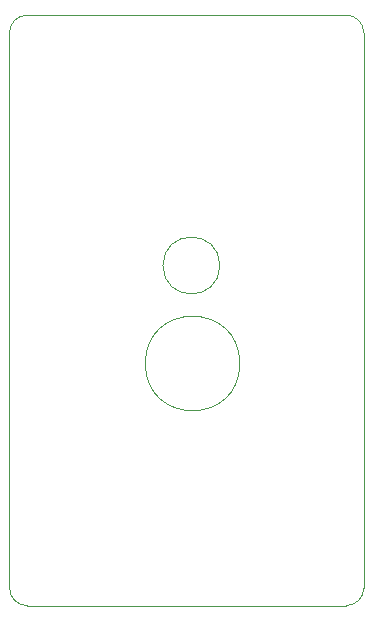
<source format=gm1>
%TF.GenerationSoftware,KiCad,Pcbnew,7.0.2-6a45011f42~172~ubuntu22.04.1*%
%TF.CreationDate,2023-05-17T08:29:50+02:00*%
%TF.ProjectId,PowerMeterLC,506f7765-724d-4657-9465-724c432e6b69,rev?*%
%TF.SameCoordinates,Original*%
%TF.FileFunction,Profile,NP*%
%FSLAX46Y46*%
G04 Gerber Fmt 4.6, Leading zero omitted, Abs format (unit mm)*
G04 Created by KiCad (PCBNEW 7.0.2-6a45011f42~172~ubuntu22.04.1) date 2023-05-17 08:29:50*
%MOMM*%
%LPD*%
G01*
G04 APERTURE LIST*
%TA.AperFunction,Profile*%
%ADD10C,0.100000*%
%TD*%
G04 APERTURE END LIST*
D10*
X42000000Y-149500000D02*
X42000000Y-196500000D01*
X29808319Y-169200000D02*
G75*
G03*
X29808319Y-169200000I-2408319J0D01*
G01*
X31502499Y-177500000D02*
G75*
G03*
X31502499Y-177500000I-4002499J0D01*
G01*
X42000000Y-149500000D02*
G75*
G03*
X40500000Y-148000000I-1500000J0D01*
G01*
X13500000Y-148000000D02*
G75*
G03*
X12000000Y-149500000I0J-1500000D01*
G01*
X13500000Y-148000000D02*
X40500000Y-148000000D01*
X12000000Y-196500000D02*
X12000000Y-149500000D01*
X12000000Y-196500000D02*
G75*
G03*
X13500000Y-198000000I1500000J0D01*
G01*
X40500000Y-198000000D02*
G75*
G03*
X42000000Y-196500000I0J1500000D01*
G01*
X40500000Y-198000000D02*
X13500000Y-198000000D01*
M02*

</source>
